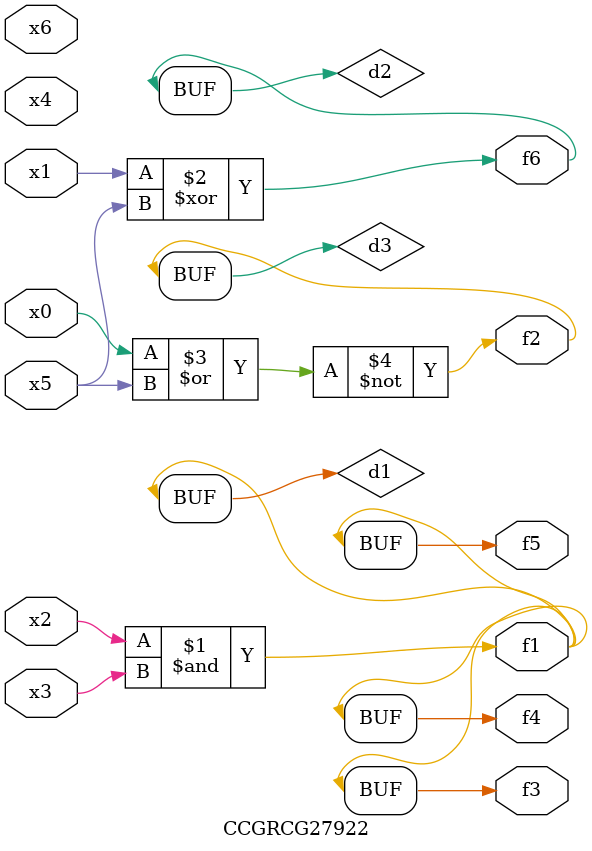
<source format=v>
module CCGRCG27922(
	input x0, x1, x2, x3, x4, x5, x6,
	output f1, f2, f3, f4, f5, f6
);

	wire d1, d2, d3;

	and (d1, x2, x3);
	xor (d2, x1, x5);
	nor (d3, x0, x5);
	assign f1 = d1;
	assign f2 = d3;
	assign f3 = d1;
	assign f4 = d1;
	assign f5 = d1;
	assign f6 = d2;
endmodule

</source>
